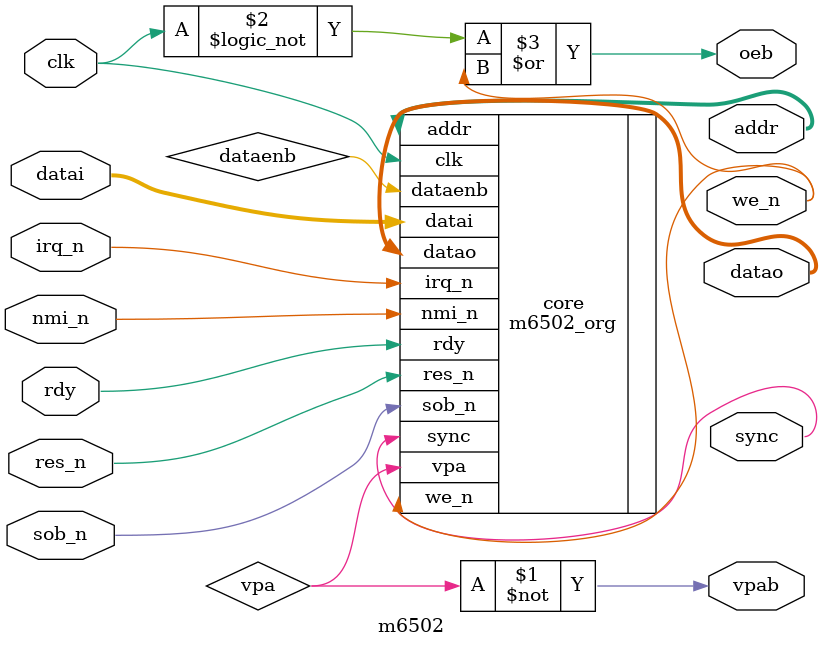
<source format=v>

module m6502 (clk, addr, datai, datao, irq_n, nmi_n, sob_n,
                          res_n, rdy, vpab, sync, we_n, oeb);

input   clk; 
output  [15:0] addr; //  address bus
input   [7:0] datai; //  data bus
output [7:0] datao; // data bus
output oeb; // data bus negtive enable
input   irq_n; //  interrupt request
input   nmi_n; //  Non-makable interrupt request
input   res_n; //  reset
input   rdy ; //  ready 
input   sob_n; //  Set Overflow bit
output  sync; //  indicates an opcode fetch
output  vpab; //  Vector Pull Address
output  we_n; //  1=read,0=write

wire dataenb; //  TRI enable from the M6502
wire vpa, oen;

assign vpab=~vpa;

assign oen = ~(!clk | we_n);

assign oeb=~oen;

m6502_org core (.clk(clk), .addr(addr), .datai(datai), .datao(datao), 
	    .irq_n(irq_n), .nmi_n(nmi_n), .sob_n(sob_n), .res_n(res_n),
            .rdy(rdy), .vpa(vpa), .sync(sync), .we_n(we_n), .dataenb(dataenb));

endmodule // module m6502



</source>
